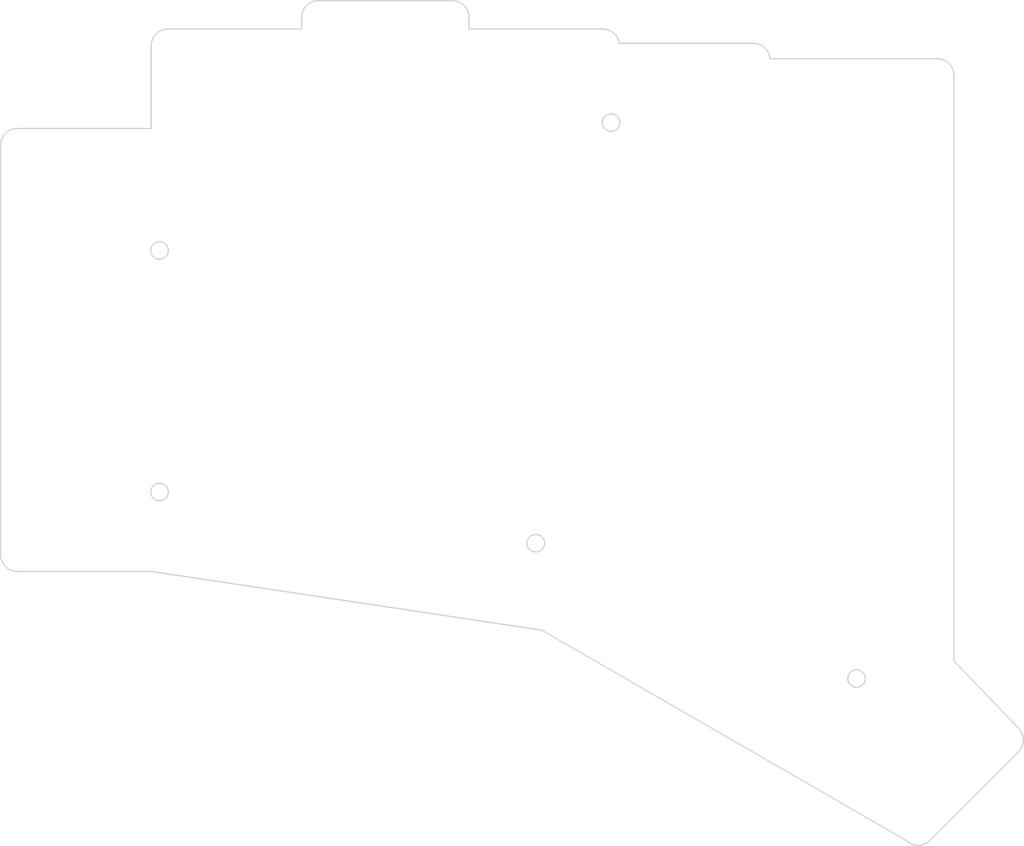
<source format=kicad_pcb>
(kicad_pcb (version 20171130) (host pcbnew 5.0.1-33cea8e~67~ubuntu18.04.1)

  (general
    (thickness 1.6)
    (drawings 32)
    (tracks 0)
    (zones 0)
    (modules 0)
    (nets 1)
  )

  (page A3)
  (title_block
    (title KEYBOARD_NAME_HERE)
    (rev VERSION_HERE)
    (company YOUR_NAME_HERE)
  )

  (layers
    (0 F.Cu signal)
    (31 B.Cu signal)
    (32 B.Adhes user)
    (33 F.Adhes user)
    (34 B.Paste user)
    (35 F.Paste user)
    (36 B.SilkS user)
    (37 F.SilkS user)
    (38 B.Mask user)
    (39 F.Mask user)
    (40 Dwgs.User user)
    (41 Cmts.User user)
    (42 Eco1.User user)
    (43 Eco2.User user)
    (44 Edge.Cuts user)
    (45 Margin user)
    (46 B.CrtYd user)
    (47 F.CrtYd user)
    (48 B.Fab user)
    (49 F.Fab user)
  )

  (setup
    (last_trace_width 0.25)
    (trace_clearance 0.2)
    (zone_clearance 0.508)
    (zone_45_only no)
    (trace_min 0.2)
    (segment_width 0.2)
    (edge_width 0.05)
    (via_size 0.8)
    (via_drill 0.4)
    (via_min_size 0.4)
    (via_min_drill 0.3)
    (uvia_size 0.3)
    (uvia_drill 0.1)
    (uvias_allowed no)
    (uvia_min_size 0.2)
    (uvia_min_drill 0.1)
    (pcb_text_width 0.3)
    (pcb_text_size 1.5 1.5)
    (mod_edge_width 0.12)
    (mod_text_size 1 1)
    (mod_text_width 0.15)
    (pad_size 1.524 1.524)
    (pad_drill 0.762)
    (pad_to_mask_clearance 0.05)
    (solder_mask_min_width 0.25)
    (aux_axis_origin 0 0)
    (visible_elements FFFFFF7F)
    (pcbplotparams
      (layerselection 0x010fc_ffffffff)
      (usegerberextensions false)
      (usegerberattributes true)
      (usegerberadvancedattributes true)
      (creategerberjobfile true)
      (excludeedgelayer true)
      (linewidth 0.100000)
      (plotframeref false)
      (viasonmask false)
      (mode 1)
      (useauxorigin false)
      (hpglpennumber 1)
      (hpglpenspeed 20)
      (hpglpendiameter 15.000000)
      (psnegative false)
      (psa4output false)
      (plotreference true)
      (plotvalue true)
      (plotinvisibletext false)
      (padsonsilk false)
      (subtractmaskfromsilk false)
      (outputformat 1)
      (mirror false)
      (drillshape 1)
      (scaleselection 1)
      (outputdirectory ""))
  )

  (net 0 "")

  (net_class Default "This is the default net class."
    (clearance 0.2)
    (trace_width 0.25)
    (via_dia 0.8)
    (via_drill 0.4)
    (uvia_dia 0.3)
    (uvia_drill 0.1)
  )

  (net_class Power "This is the power net class."
    (clearance 0.2)
    (trace_width 0.5)
    (via_dia 0.8)
    (via_drill 0.4)
    (uvia_dia 0.3)
    (uvia_drill 0.1)
  )

  (gr_line (start 10 9.5) (end 26 9.5) (angle 90) (layer Edge.Cuts) (width 0.15))
  (gr_line (start 8 7.5) (end 8 -41.5) (angle 90) (layer Edge.Cuts) (width 0.15))
  (gr_arc (start 10 7.5) (end 8 7.5) (angle -90) (layer Edge.Cuts) (width 0.15))
  (gr_line (start 26 -43.5) (end 10 -43.5) (angle 90) (layer Edge.Cuts) (width 0.15))
  (gr_arc (start 10 -41.5) (end 10 -43.5) (angle -90) (layer Edge.Cuts) (width 0.15))
  (gr_line (start 44 -55.4) (end 28 -55.4) (angle 90) (layer Edge.Cuts) (width 0.15))
  (gr_arc (start 28 -53.4) (end 28 -55.4) (angle -90) (layer Edge.Cuts) (width 0.15))
  (gr_line (start 26 -53.4) (end 26 -43.5) (angle 90) (layer Edge.Cuts) (width 0.15))
  (gr_line (start 64 -55.4) (end 64 -56.8) (angle 90) (layer Edge.Cuts) (width 0.15))
  (gr_arc (start 62 -56.8) (end 64 -56.8) (angle -90) (layer Edge.Cuts) (width 0.15))
  (gr_line (start 62 -58.8) (end 46 -58.8) (angle 90) (layer Edge.Cuts) (width 0.15))
  (gr_arc (start 46 -56.8) (end 46 -58.8) (angle -90) (layer Edge.Cuts) (width 0.15))
  (gr_line (start 44 -56.8) (end 44 -55.4) (angle 90) (layer Edge.Cuts) (width 0.15))
  (gr_arc (start 80 -53.4) (end 81.977391 -53.699872) (angle -81.37677661) (layer Edge.Cuts) (width 0.15))
  (gr_line (start 80 -55.4) (end 64 -55.4) (angle 90) (layer Edge.Cuts) (width 0.15))
  (gr_arc (start 98 -51.7) (end 99.994367 -51.85) (angle -85.69877777) (layer Edge.Cuts) (width 0.15))
  (gr_line (start 98 -53.7) (end 82 -53.7) (angle 90) (layer Edge.Cuts) (width 0.15))
  (gr_arc (start 82 -51.7) (end 82 -53.7) (angle -0.6477024784) (layer Edge.Cuts) (width 0.15))
  (gr_arc (start 117.703044 40.272451) (end 116.288831 41.686665) (angle -90) (layer Edge.Cuts) (width 0.15))
  (gr_line (start 119.117258 41.686665) (end 129.72386 31.080063) (angle 90) (layer Edge.Cuts) (width 0.15))
  (gr_arc (start 128.309646 29.66585) (end 129.72386 31.080063) (angle -90) (layer Edge.Cuts) (width 0.15))
  (gr_line (start 122 20.208734) (end 129.72386 28.251636) (angle 90) (layer Edge.Cuts) (width 0.15))
  (gr_line (start 116.288831 41.686665) (end 72.707107 16.524745) (angle 90) (layer Edge.Cuts) (width 0.15))
  (gr_line (start 72.707107 16.524745) (end 26 9.5) (angle 90) (layer Edge.Cuts) (width 0.15))
  (gr_line (start 122 20.208734) (end 122 -49.85) (angle 90) (layer Edge.Cuts) (width 0.15))
  (gr_arc (start 120 -49.85) (end 122 -49.85) (angle -90) (layer Edge.Cuts) (width 0.15))
  (gr_line (start 120 -51.85) (end 99.994367 -51.85) (angle 90) (layer Edge.Cuts) (width 0.15))
  (gr_circle (center 27 -28.9) (end 28.05 -28.9) (layer Edge.Cuts) (width 0.15))
  (gr_circle (center 27 0) (end 28.05 0) (layer Edge.Cuts) (width 0.15))
  (gr_circle (center 81 -44.2) (end 82.05 -44.2) (layer Edge.Cuts) (width 0.15))
  (gr_circle (center 72 6.12) (end 73.05 6.12) (layer Edge.Cuts) (width 0.15))
  (gr_circle (center 110.349134 22.311939) (end 111.399134 22.311939) (layer Edge.Cuts) (width 0.15))

)

</source>
